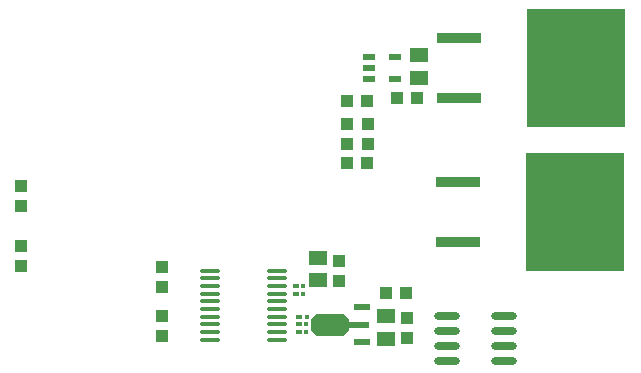
<source format=gtp>
%FSDAX24Y24*%
%MOIN*%
%SFA1B1*%

%IPPOS*%
%AMD25*
4,1,8,0.063000,-0.018700,0.063000,0.018700,0.044300,0.037400,-0.044300,0.037400,-0.063000,0.018700,-0.063000,-0.018700,-0.044300,-0.037400,0.044300,-0.037400,0.063000,-0.018700,0.0*
%
%ADD15R,0.014110X0.015330*%
%ADD16R,0.019710X0.015410*%
%ADD17R,0.019520X0.015330*%
%ADD18O,0.086610X0.023620*%
%ADD19R,0.043310X0.039370*%
%ADD20R,0.039370X0.043310*%
%ADD21R,0.151580X0.037400*%
%ADD22R,0.330710X0.397640*%
%ADD23R,0.055120X0.023620*%
%ADD24R,0.070870X0.023620*%
G04~CAMADD=25~4~0.0~0.0~748.0~1259.8~0.0~187.0~0~0.0~0.0~0.0~0.0~0~0.0~0.0~0.0~0.0~0~0.0~0.0~0.0~270.0~1260.0~748.0*
%ADD25D25*%
%ADD26R,0.039370X0.023620*%
%ADD27O,0.070870X0.013780*%
%ADD28R,0.059060X0.051180*%
%LNde-180824-1*%
%LPD*%
G54D15*
X010405Y001502D03*
X010409Y001756D03*
X010412Y002013D03*
X010301Y002785D03*
X010301Y003046D03*
G54D16*
X010150Y001504D03*
X010154Y001757D03*
X010156Y002016D03*
X010049Y002785D03*
G54D17*
X010052Y003044D03*
G54D18*
X015100Y002050D03*
Y001550D03*
Y001050D03*
Y000550D03*
X016989Y002050D03*
Y001550D03*
Y001050D03*
Y000550D03*
G54D19*
X013734Y002800D03*
X013065D03*
X013415Y009300D03*
X014084D03*
X011765Y007150D03*
X012434D03*
X011765Y009200D03*
X012434D03*
G54D20*
X005600Y003015D03*
Y003684D03*
Y001365D03*
Y002034D03*
X000900Y005715D03*
Y006384D03*
Y004384D03*
Y003715D03*
X013750Y001315D03*
Y001984D03*
X011750Y007780D03*
Y008450D03*
X012450Y007780D03*
Y008450D03*
X011500Y003215D03*
Y003884D03*
G54D21*
X015450Y006500D03*
Y004500D03*
X015482Y011300D03*
Y009300D03*
G54D22*
X019367Y005500D03*
X019400Y010300D03*
G54D23*
X012248Y001159D03*
Y002340D03*
G54D24*
X012169Y001750D03*
G54D25*
X011185Y001750D03*
G54D26*
X013366Y010674D03*
Y009925D03*
X012500Y010673D03*
Y009926D03*
Y010300D03*
G54D27*
X009422Y001248D03*
Y001504D03*
Y001760D03*
Y002016D03*
Y002272D03*
Y002528D03*
Y002783D03*
Y003039D03*
Y003295D03*
Y003551D03*
X007178Y001248D03*
Y001504D03*
Y001760D03*
Y002016D03*
Y002272D03*
Y002528D03*
Y002783D03*
Y003039D03*
Y003295D03*
Y003551D03*
G54D28*
X014150Y010724D03*
Y009976D03*
X013050Y001276D03*
Y002024D03*
X010800Y003226D03*
Y003974D03*
M02*
</source>
